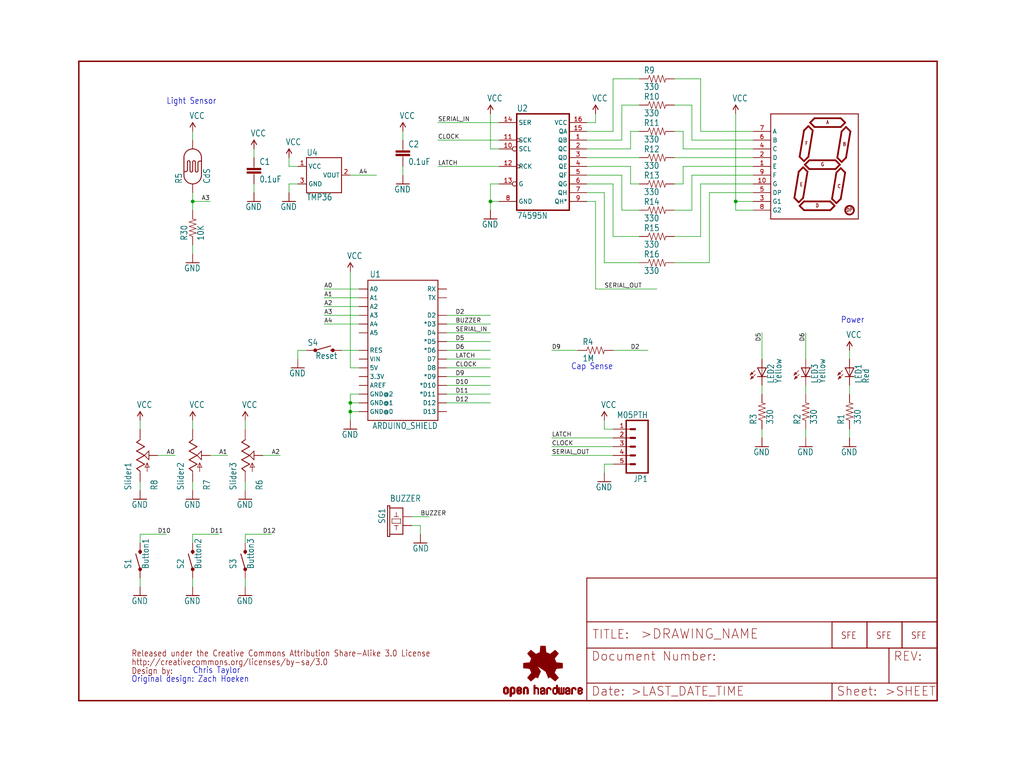
<source format=kicad_sch>
(kicad_sch (version 20211123) (generator eeschema)
  (paper "User" 297.002 223.926)
  (lib_symbols
    (symbol "eagleSchem-eagle-import:7-SEGMENT-DISPLAY-1{dblquote}-RED"
      (symbol "7-SEGMENT-DISPLAY-1{dblquote}-RED_1_0"
        (text "A" (at 0.762 12.192 0) (effects (font (size 1.016 0.8636) (thickness 0.1727) bold) (justify left bottom)))
        (text "B" (at 5.588 5.842 0) (effects (font (size 1.016 0.8636) (thickness 0.1727) bold) (justify left bottom)))
        (text "C" (at 4.064 -6.35 0) (effects (font (size 1.016 0.8636) (thickness 0.1727) bold) (justify left bottom)))
        (text "D" (at -2.286 -11.938 0) (effects (font (size 1.016 0.8636) (thickness 0.1727) bold) (justify left bottom)))
        (text "DP" (at 6.604 -13.208 0) (effects (font (size 1.016 0.8636) (thickness 0.1727) bold) (justify left bottom)))
        (text "E" (at -6.858 -5.842 0) (effects (font (size 1.016 0.8636) (thickness 0.1727) bold) (justify left bottom)))
        (text "F" (at -5.334 6.096 0) (effects (font (size 1.016 0.8636) (thickness 0.1727) bold) (justify left bottom)))
        (text "G" (at -0.762 0 0) (effects (font (size 1.016 0.8636) (thickness 0.1727) bold) (justify left bottom)))
        (pin bidirectional line (at -20.32 0 0) (length 5.08) (name "E") (number "1"))
        (pin bidirectional line (at -20.32 -5.08 0) (length 5.08) (name "G") (number "10"))
        (pin bidirectional line (at -20.32 2.54 0) (length 5.08) (name "D") (number "2"))
        (pin bidirectional line (at -20.32 -10.16 0) (length 5.08) (name "G1") (number "3"))
        (pin bidirectional line (at -20.32 5.08 0) (length 5.08) (name "C") (number "4"))
        (pin bidirectional line (at -20.32 -7.62 0) (length 5.08) (name "DP") (number "5"))
        (pin bidirectional line (at -20.32 7.62 0) (length 5.08) (name "B") (number "6"))
        (pin bidirectional line (at -20.32 10.16 0) (length 5.08) (name "A") (number "7"))
        (pin bidirectional line (at -20.32 -12.7 0) (length 5.08) (name "G2") (number "8"))
        (pin bidirectional line (at -20.32 -2.54 0) (length 5.08) (name "F") (number "9"))
      )
    )
    (symbol "eagleSchem-eagle-import:74595N"
      (property "Reference" "IC" (at -5.08 13.335 0))
      (property "Value" "74595N" (at -5.08 -17.78 0))
      (symbol "74595N_1_0"
        (pin tri_state line (at 15.24 5.08 180) (length 5.08) (name "QB") (number "1"))
        (pin input inverted (at -10.16 2.54 0) (length 5.08) (name "SCL") (number "10"))
        (pin input clock (at -10.16 5.08 0) (length 5.08) (name "SCK") (number "11"))
        (pin input clock (at -10.16 -2.54 0) (length 5.08) (name "RCK") (number "12"))
        (pin input inverted (at -10.16 -7.62 0) (length 5.08) (name "G") (number "13"))
        (pin input line (at -10.16 10.16 0) (length 5.08) (name "SER") (number "14"))
        (pin tri_state line (at 15.24 7.62 180) (length 5.08) (name "QA") (number "15"))
        (pin power_in line (at 15.24 10.16 180) (length 5.08) (name "VCC") (number "16"))
        (pin tri_state line (at 15.24 2.54 180) (length 5.08) (name "QC") (number "2"))
        (pin tri_state line (at 15.24 0 180) (length 5.08) (name "QD") (number "3"))
        (pin tri_state line (at 15.24 -2.54 180) (length 5.08) (name "QE") (number "4"))
        (pin tri_state line (at 15.24 -5.08 180) (length 5.08) (name "QF") (number "5"))
        (pin tri_state line (at 15.24 -7.62 180) (length 5.08) (name "QG") (number "6"))
        (pin tri_state line (at 15.24 -10.16 180) (length 5.08) (name "QH") (number "7"))
        (pin power_in line (at -10.16 -12.7 0) (length 5.08) (name "GND") (number "8"))
        (pin tri_state line (at 15.24 -12.7 180) (length 5.08) (name "QH*") (number "9"))
      )
    )
    (symbol "eagleSchem-eagle-import:ARDUINO_SHIELDNO_SILK"
      (property "Reference" "U" (at -9.652 21.082 0))
      (property "Value" "ARDUINO_SHIELDNO_SILK" (at -8.89 -22.86 0))
      (symbol "ARDUINO_SHIELDNO_SILK_1_0"
        (pin bidirectional line (at -12.7 -7.62 0) (length 2.54) (name "3.3V") (number "3.3V"))
        (pin bidirectional line (at -12.7 -5.08 0) (length 2.54) (name "5V") (number "5V"))
        (pin bidirectional line (at -12.7 17.78 0) (length 2.54) (name "A0") (number "A0"))
        (pin bidirectional line (at -12.7 15.24 0) (length 2.54) (name "A1") (number "A1"))
        (pin bidirectional line (at -12.7 12.7 0) (length 2.54) (name "A2") (number "A2"))
        (pin bidirectional line (at -12.7 10.16 0) (length 2.54) (name "A3") (number "A3"))
        (pin bidirectional line (at -12.7 7.62 0) (length 2.54) (name "A4") (number "A4"))
        (pin bidirectional line (at -12.7 5.08 0) (length 2.54) (name "A5") (number "A5"))
        (pin bidirectional line (at -12.7 -10.16 0) (length 2.54) (name "AREF") (number "AREF"))
        (pin bidirectional line (at 12.7 -10.16 180) (length 2.54) (name "*D10") (number "D10"))
        (pin bidirectional line (at 12.7 -12.7 180) (length 2.54) (name "*D11") (number "D11"))
        (pin bidirectional line (at 12.7 -15.24 180) (length 2.54) (name "D12") (number "D12"))
        (pin bidirectional line (at 12.7 -17.78 180) (length 2.54) (name "D13") (number "D13"))
        (pin bidirectional line (at 12.7 10.16 180) (length 2.54) (name "D2") (number "D2"))
        (pin bidirectional line (at 12.7 7.62 180) (length 2.54) (name "*D3") (number "D3"))
        (pin bidirectional line (at 12.7 5.08 180) (length 2.54) (name "D4") (number "D4"))
        (pin bidirectional line (at 12.7 2.54 180) (length 2.54) (name "*D5") (number "D5"))
        (pin bidirectional line (at 12.7 0 180) (length 2.54) (name "*D6") (number "D6"))
        (pin bidirectional line (at 12.7 -2.54 180) (length 2.54) (name "D7") (number "D7"))
        (pin bidirectional line (at 12.7 -5.08 180) (length 2.54) (name "D8") (number "D8"))
        (pin bidirectional line (at 12.7 -7.62 180) (length 2.54) (name "*D9") (number "D9"))
        (pin bidirectional line (at -12.7 -17.78 0) (length 2.54) (name "GND@0") (number "GND@0"))
        (pin bidirectional line (at -12.7 -15.24 0) (length 2.54) (name "GND@1") (number "GND@1"))
        (pin bidirectional line (at -12.7 -12.7 0) (length 2.54) (name "GND@2") (number "GND@2"))
        (pin bidirectional line (at -12.7 0 0) (length 2.54) (name "RES") (number "RES"))
        (pin bidirectional line (at 12.7 17.78 180) (length 2.54) (name "RX") (number "RX"))
        (pin bidirectional line (at 12.7 15.24 180) (length 2.54) (name "TX") (number "TX"))
        (pin bidirectional line (at -12.7 -2.54 0) (length 2.54) (name "VIN") (number "VIN"))
      )
    )
    (symbol "eagleSchem-eagle-import:BUZZERPTH"
      (property "Reference" "SG" (at -2.54 5.08 0))
      (property "Value" "BUZZERPTH" (at 6.35 0 0))
      (symbol "BUZZERPTH_1_0"
        (pin passive line (at 0 -2.54 90) (length 2.54) (name "1") (number "+"))
        (pin passive line (at 2.54 -2.54 90) (length 2.54) (name "2") (number "-"))
      )
    )
    (symbol "eagleSchem-eagle-import:CAPPTH2"
      (property "Reference" "C" (at 1.524 2.921 0))
      (property "Value" "CAPPTH2" (at 1.524 -2.159 0))
      (symbol "CAPPTH2_1_0"
        (pin passive line (at 0 5.08 270) (length 2.54) (name "1") (number "1"))
        (pin passive line (at 0 -2.54 90) (length 2.54) (name "2") (number "2"))
      )
    )
    (symbol "eagleSchem-eagle-import:CREATIVE_COMMONS"
      (symbol "CREATIVE_COMMONS_1_0"
        (text "Design by:" (at 0 0 0) (effects (font (size 1.778 1.5113)) (justify left bottom)))
        (text "http://creativecommons.org/licenses/by-sa/3.0" (at 0 2.54 0) (effects (font (size 1.778 1.5113)) (justify left bottom)))
        (text "Released under the Creative Commons Attribution Share-Alike 3.0 License" (at 0 5.08 0) (effects (font (size 1.778 1.5113)) (justify left bottom)))
      )
    )
    (symbol "eagleSchem-eagle-import:FRAME-LETTER"
      (symbol "FRAME-LETTER_2_0"
        (text ">DRAWING_NAME" (at 15.494 17.78 0) (effects (font (size 2.7432 2.7432)) (justify left bottom)))
        (text ">LAST_DATE_TIME" (at 12.7 1.27 0) (effects (font (size 2.54 2.54)) (justify left bottom)))
        (text ">SHEET" (at 86.36 1.27 0) (effects (font (size 2.54 2.54)) (justify left bottom)))
        (text "Date:" (at 1.27 1.27 0) (effects (font (size 2.54 2.54)) (justify left bottom)))
        (text "Document Number:" (at 1.27 11.43 0) (effects (font (size 2.54 2.54)) (justify left bottom)))
        (text "REV:" (at 88.9 11.43 0) (effects (font (size 2.54 2.54)) (justify left bottom)))
        (text "Sheet:" (at 72.39 1.27 0) (effects (font (size 2.54 2.54)) (justify left bottom)))
        (text "TITLE:" (at 1.524 17.78 0) (effects (font (size 2.54 2.54)) (justify left bottom)))
      )
    )
    (symbol "eagleSchem-eagle-import:GND" (power)
      (property "Value" "GND" (at -2.54 -2.54 0))
      (symbol "GND_1_0"
        (pin power_in line (at 0 2.54 270) (length 2.54) (name "GND") (number "1"))
      )
    )
    (symbol "eagleSchem-eagle-import:LED5MM"
      (property "Reference" "LED" (at 3.556 -4.572 90))
      (property "Value" "LED5MM" (at 5.715 -4.572 90))
      (symbol "LED5MM_1_0"
        (pin passive line (at 0 2.54 270) (length 2.54) (name "A") (number "A"))
        (pin passive line (at 0 -5.08 90) (length 2.54) (name "C") (number "K"))
      )
    )
    (symbol "eagleSchem-eagle-import:LOGO-SFENEW"
      (symbol "LOGO-SFENEW_1_0"
        (text "SFE" (at 0 0 0) (effects (font (size 1.9304 1.6408)) (justify left bottom)))
      )
    )
    (symbol "eagleSchem-eagle-import:LOGO-SFESK"
      (symbol "LOGO-SFESK_1_0"
        (text "SFE" (at 0 0 0) (effects (font (size 1.9304 1.6408)) (justify left bottom)))
      )
    )
    (symbol "eagleSchem-eagle-import:M05PTH"
      (property "Reference" "JP" (at -2.54 8.382 0))
      (property "Value" "M05PTH" (at -2.54 -10.16 0))
      (symbol "M05PTH_1_0"
        (pin passive line (at 7.62 -5.08 180) (length 5.08) (name "1") (number "1"))
        (pin passive line (at 7.62 -2.54 180) (length 5.08) (name "2") (number "2"))
        (pin passive line (at 7.62 0 180) (length 5.08) (name "3") (number "3"))
        (pin passive line (at 7.62 2.54 180) (length 5.08) (name "4") (number "4"))
        (pin passive line (at 7.62 5.08 180) (length 5.08) (name "5") (number "5"))
      )
    )
    (symbol "eagleSchem-eagle-import:OSHW-LOGOM")
    (symbol "eagleSchem-eagle-import:PHOTOCELLPTH"
      (property "Reference" "R" (at -5.08 3.048 0))
      (property "Value" "PHOTOCELLPTH" (at -5.08 -5.08 0))
      (symbol "PHOTOCELLPTH_1_0"
        (pin bidirectional line (at -7.62 0 0) (length 2.54) (name "P$1") (number "1"))
        (pin bidirectional line (at 7.62 0 180) (length 2.54) (name "P$2") (number "2"))
      )
    )
    (symbol "eagleSchem-eagle-import:RESISTORAXIAL-0.3"
      (property "Reference" "R" (at -3.81 1.4986 0))
      (property "Value" "RESISTORAXIAL-0.3" (at -3.81 -3.302 0))
      (symbol "RESISTORAXIAL-0.3_1_0"
        (pin passive line (at -5.08 0 0) (length 2.54) (name "1") (number "P$1"))
        (pin passive line (at 5.08 0 180) (length 2.54) (name "2") (number "P$2"))
      )
    )
    (symbol "eagleSchem-eagle-import:SLIDER"
      (property "Value" "SLIDER" (at -2.54 -10.16 90))
      (symbol "SLIDER_1_0"
        (pin passive line (at 0 7.62 270) (length 2.54) (name "E") (number "1"))
        (pin passive line (at 5.08 0 180) (length 2.54) (name "S") (number "2A"))
        (pin passive line (at 0 -7.62 90) (length 2.54) (name "A") (number "3"))
      )
    )
    (symbol "eagleSchem-eagle-import:SWITCH-MOMENTARY-212MM"
      (property "Reference" "S" (at -2.54 2.54 0))
      (property "Value" "SWITCH-MOMENTARY-212MM" (at -2.54 -2.54 0))
      (symbol "SWITCH-MOMENTARY-212MM_1_0"
        (pin passive line (at -5.08 0 0) (length 2.54) (name "1") (number "1"))
        (pin passive line (at 5.08 0 180) (length 2.54) (name "2") (number "3"))
      )
    )
    (symbol "eagleSchem-eagle-import:SWITCH-MOMENTARY-2PTH"
      (property "Reference" "S" (at -2.54 2.54 0))
      (property "Value" "SWITCH-MOMENTARY-2PTH" (at -2.54 -2.54 0))
      (symbol "SWITCH-MOMENTARY-2PTH_1_0"
        (pin passive line (at -5.08 0 0) (length 2.54) (name "1") (number "1"))
        (pin passive line (at 5.08 0 180) (length 2.54) (name "2") (number "3"))
      )
    )
    (symbol "eagleSchem-eagle-import:TMP36GT9"
      (property "Reference" "U" (at -5.08 5.588 0))
      (property "Value" "TMP36GT9" (at -5.08 -7.366 0))
      (symbol "TMP36GT9_1_0"
        (pin bidirectional line (at -7.62 2.54 0) (length 2.54) (name "VCC") (number "1"))
        (pin bidirectional line (at 7.62 0 180) (length 2.54) (name "VOUT") (number "2"))
        (pin bidirectional line (at -7.62 -2.54 0) (length 2.54) (name "GND") (number "3"))
      )
    )
    (symbol "eagleSchem-eagle-import:VCC" (power)
      (property "Value" "VCC" (at -1.016 3.556 0))
      (symbol "VCC_1_0"
        (pin power_in line (at 0 0 90) (length 2.54) (name "VCC") (number "1"))
      )
    )
  )
  (junction (at 142.24 58.42))
  (junction (at 55.88 58.42))
  (junction (at 101.6 119.38))
  (junction (at 101.6 116.84))
  (junction (at 213.36 58.42))
  (wire (pts (xy 246.38 114.3) (xy 246.38 111.76)))
  (wire (pts (xy 40.64 142.24) (xy 40.64 139.7)))
  (wire (pts (xy 55.88 124.46) (xy 55.88 121.92)))
  (wire (pts (xy 129.54 116.84) (xy 142.24 116.84)))
  (wire (pts (xy 175.26 76.2) (xy 185.42 76.2)))
  (wire (pts (xy 218.44 43.18) (xy 198.12 43.18)))
  (wire (pts (xy 71.12 154.94) (xy 71.12 157.48)))
  (wire (pts (xy 129.54 106.68) (xy 142.24 106.68)))
  (wire (pts (xy 205.74 55.88) (xy 205.74 76.2)))
  (wire (pts (xy 129.54 99.06) (xy 142.24 99.06)))
  (wire (pts (xy 101.6 50.8) (xy 109.22 50.8)))
  (wire (pts (xy 142.24 58.42) (xy 142.24 60.96)))
  (wire (pts (xy 218.44 60.96) (xy 213.36 60.96)))
  (wire (pts (xy 218.44 48.26) (xy 198.12 48.26)))
  (wire (pts (xy 175.26 137.16) (xy 175.26 134.62)))
  (wire (pts (xy 55.88 142.24) (xy 55.88 139.7)))
  (wire (pts (xy 55.88 38.1) (xy 55.88 40.64)))
  (wire (pts (xy 203.2 53.34) (xy 203.2 68.58)))
  (wire (pts (xy 116.84 48.26) (xy 116.84 50.8)))
  (wire (pts (xy 177.8 68.58) (xy 185.42 68.58)))
  (wire (pts (xy 119.38 152.4) (xy 121.92 152.4)))
  (wire (pts (xy 205.74 76.2) (xy 195.58 76.2)))
  (wire (pts (xy 55.88 58.42) (xy 55.88 55.88)))
  (wire (pts (xy 175.26 55.88) (xy 175.26 76.2)))
  (wire (pts (xy 218.44 53.34) (xy 203.2 53.34)))
  (wire (pts (xy 104.14 91.44) (xy 93.98 91.44)))
  (wire (pts (xy 233.68 127) (xy 233.68 124.46)))
  (wire (pts (xy 203.2 68.58) (xy 195.58 68.58)))
  (wire (pts (xy 83.82 53.34) (xy 86.36 53.34)))
  (wire (pts (xy 233.68 111.76) (xy 233.68 114.3)))
  (wire (pts (xy 180.34 40.64) (xy 180.34 30.48)))
  (wire (pts (xy 200.66 50.8) (xy 200.66 60.96)))
  (wire (pts (xy 129.54 114.3) (xy 142.24 114.3)))
  (wire (pts (xy 101.6 116.84) (xy 101.6 119.38)))
  (wire (pts (xy 233.68 104.14) (xy 233.68 96.52)))
  (wire (pts (xy 172.72 35.56) (xy 172.72 33.02)))
  (wire (pts (xy 170.18 48.26) (xy 182.88 48.26)))
  (wire (pts (xy 129.54 93.98) (xy 142.24 93.98)))
  (wire (pts (xy 104.14 114.3) (xy 101.6 114.3)))
  (wire (pts (xy 71.12 154.94) (xy 78.74 154.94)))
  (wire (pts (xy 218.44 50.8) (xy 200.66 50.8)))
  (wire (pts (xy 55.88 60.96) (xy 55.88 58.42)))
  (wire (pts (xy 170.18 43.18) (xy 182.88 43.18)))
  (wire (pts (xy 200.66 40.64) (xy 200.66 30.48)))
  (wire (pts (xy 144.78 53.34) (xy 142.24 53.34)))
  (wire (pts (xy 246.38 101.6) (xy 246.38 104.14)))
  (wire (pts (xy 175.26 134.62) (xy 177.8 134.62)))
  (wire (pts (xy 129.54 101.6) (xy 142.24 101.6)))
  (wire (pts (xy 104.14 86.36) (xy 93.98 86.36)))
  (wire (pts (xy 177.8 53.34) (xy 177.8 68.58)))
  (wire (pts (xy 129.54 91.44) (xy 142.24 91.44)))
  (wire (pts (xy 40.64 154.94) (xy 48.26 154.94)))
  (wire (pts (xy 180.34 30.48) (xy 185.42 30.48)))
  (wire (pts (xy 144.78 40.64) (xy 127 40.64)))
  (wire (pts (xy 203.2 38.1) (xy 203.2 22.86)))
  (wire (pts (xy 129.54 96.52) (xy 142.24 96.52)))
  (wire (pts (xy 218.44 58.42) (xy 213.36 58.42)))
  (wire (pts (xy 167.64 101.6) (xy 160.02 101.6)))
  (wire (pts (xy 101.6 119.38) (xy 101.6 121.92)))
  (wire (pts (xy 142.24 43.18) (xy 142.24 33.02)))
  (wire (pts (xy 144.78 58.42) (xy 142.24 58.42)))
  (wire (pts (xy 180.34 50.8) (xy 180.34 60.96)))
  (wire (pts (xy 71.12 142.24) (xy 71.12 139.7)))
  (wire (pts (xy 198.12 38.1) (xy 195.58 38.1)))
  (wire (pts (xy 104.14 101.6) (xy 99.06 101.6)))
  (wire (pts (xy 177.8 38.1) (xy 177.8 22.86)))
  (wire (pts (xy 218.44 40.64) (xy 200.66 40.64)))
  (wire (pts (xy 83.82 48.26) (xy 83.82 45.72)))
  (wire (pts (xy 172.72 83.82) (xy 190.5 83.82)))
  (wire (pts (xy 220.98 114.3) (xy 220.98 111.76)))
  (wire (pts (xy 170.18 35.56) (xy 172.72 35.56)))
  (wire (pts (xy 198.12 43.18) (xy 198.12 38.1)))
  (wire (pts (xy 83.82 55.88) (xy 83.82 53.34)))
  (wire (pts (xy 60.96 132.08) (xy 66.04 132.08)))
  (wire (pts (xy 129.54 111.76) (xy 142.24 111.76)))
  (wire (pts (xy 55.88 58.42) (xy 60.96 58.42)))
  (wire (pts (xy 88.9 101.6) (xy 86.36 101.6)))
  (wire (pts (xy 177.8 132.08) (xy 160.02 132.08)))
  (wire (pts (xy 104.14 119.38) (xy 101.6 119.38)))
  (wire (pts (xy 200.66 60.96) (xy 195.58 60.96)))
  (wire (pts (xy 55.88 73.66) (xy 55.88 71.12)))
  (wire (pts (xy 119.38 149.86) (xy 124.46 149.86)))
  (wire (pts (xy 104.14 116.84) (xy 101.6 116.84)))
  (wire (pts (xy 104.14 88.9) (xy 93.98 88.9)))
  (wire (pts (xy 170.18 45.72) (xy 185.42 45.72)))
  (wire (pts (xy 144.78 48.26) (xy 127 48.26)))
  (wire (pts (xy 220.98 104.14) (xy 220.98 96.52)))
  (wire (pts (xy 71.12 124.46) (xy 71.12 121.92)))
  (wire (pts (xy 198.12 48.26) (xy 198.12 53.34)))
  (wire (pts (xy 170.18 40.64) (xy 180.34 40.64)))
  (wire (pts (xy 177.8 124.46) (xy 175.26 124.46)))
  (wire (pts (xy 218.44 45.72) (xy 195.58 45.72)))
  (wire (pts (xy 101.6 106.68) (xy 101.6 78.74)))
  (wire (pts (xy 172.72 58.42) (xy 172.72 83.82)))
  (wire (pts (xy 213.36 60.96) (xy 213.36 58.42)))
  (wire (pts (xy 55.88 154.94) (xy 55.88 157.48)))
  (wire (pts (xy 76.2 132.08) (xy 81.28 132.08)))
  (wire (pts (xy 177.8 22.86) (xy 185.42 22.86)))
  (wire (pts (xy 55.88 167.64) (xy 55.88 170.18)))
  (wire (pts (xy 129.54 109.22) (xy 142.24 109.22)))
  (wire (pts (xy 104.14 83.82) (xy 93.98 83.82)))
  (wire (pts (xy 175.26 124.46) (xy 175.26 121.92)))
  (wire (pts (xy 218.44 55.88) (xy 205.74 55.88)))
  (wire (pts (xy 220.98 127) (xy 220.98 124.46)))
  (wire (pts (xy 170.18 50.8) (xy 180.34 50.8)))
  (wire (pts (xy 71.12 167.64) (xy 71.12 170.18)))
  (wire (pts (xy 104.14 106.68) (xy 101.6 106.68)))
  (wire (pts (xy 213.36 58.42) (xy 213.36 33.02)))
  (wire (pts (xy 104.14 93.98) (xy 93.98 93.98)))
  (wire (pts (xy 177.8 129.54) (xy 160.02 129.54)))
  (wire (pts (xy 142.24 53.34) (xy 142.24 58.42)))
  (wire (pts (xy 182.88 38.1) (xy 185.42 38.1)))
  (wire (pts (xy 144.78 35.56) (xy 127 35.56)))
  (wire (pts (xy 182.88 48.26) (xy 182.88 53.34)))
  (wire (pts (xy 45.72 132.08) (xy 50.8 132.08)))
  (wire (pts (xy 200.66 30.48) (xy 195.58 30.48)))
  (wire (pts (xy 170.18 38.1) (xy 177.8 38.1)))
  (wire (pts (xy 182.88 43.18) (xy 182.88 38.1)))
  (wire (pts (xy 73.66 53.34) (xy 73.66 55.88)))
  (wire (pts (xy 116.84 38.1) (xy 116.84 40.64)))
  (wire (pts (xy 198.12 53.34) (xy 195.58 53.34)))
  (wire (pts (xy 101.6 114.3) (xy 101.6 116.84)))
  (wire (pts (xy 86.36 48.26) (xy 83.82 48.26)))
  (wire (pts (xy 170.18 58.42) (xy 172.72 58.42)))
  (wire (pts (xy 187.96 101.6) (xy 177.8 101.6)))
  (wire (pts (xy 246.38 127) (xy 246.38 124.46)))
  (wire (pts (xy 177.8 127) (xy 160.02 127)))
  (wire (pts (xy 170.18 53.34) (xy 177.8 53.34)))
  (wire (pts (xy 144.78 43.18) (xy 142.24 43.18)))
  (wire (pts (xy 86.36 101.6) (xy 86.36 104.14)))
  (wire (pts (xy 203.2 22.86) (xy 195.58 22.86)))
  (wire (pts (xy 218.44 38.1) (xy 203.2 38.1)))
  (wire (pts (xy 129.54 104.14) (xy 142.24 104.14)))
  (wire (pts (xy 182.88 53.34) (xy 185.42 53.34)))
  (wire (pts (xy 73.66 43.18) (xy 73.66 45.72)))
  (wire (pts (xy 40.64 124.46) (xy 40.64 121.92)))
  (wire (pts (xy 170.18 55.88) (xy 175.26 55.88)))
  (wire (pts (xy 40.64 154.94) (xy 40.64 157.48)))
  (wire (pts (xy 55.88 154.94) (xy 63.5 154.94)))
  (wire (pts (xy 180.34 60.96) (xy 185.42 60.96)))
  (wire (pts (xy 121.92 152.4) (xy 121.92 154.94)))
  (wire (pts (xy 40.64 167.64) (xy 40.64 170.18)))
  (text "Chris Taylor" (at 55.88 195.58 180) (effects (font (size 1.778 1.5113)) (justify left bottom)))
  (text "Power" (at 243.84 93.98 180) (effects (font (size 1.778 1.5113)) (justify left bottom)))
  (text "Light Sensor" (at 48.26 30.48 180) (effects (font (size 1.778 1.5113)) (justify left bottom)))
  (text "Cap Sense" (at 165.608 107.442 180) (effects (font (size 1.778 1.5113)) (justify left bottom)))
  (text "Original design: Zach Hoeken" (at 38.1 198.12 180) (effects (font (size 1.778 1.5113)) (justify left bottom)))
  (label "D11" (at 132.08 114.3 0) (effects (font (size 1.2446 1.2446))))
  (label "D10" (at 132.08 111.76 0) (effects (font (size 1.2446 1.2446))))
  (label "CLOCK" (at 127 40.64 0) (effects (font (size 1.2446 1.2446))))
  (label "SERIAL_OUT" (at 160.02 132.08 0) (effects (font (size 1.2446 1.2446))))
  (label "CLOCK" (at 160.02 129.54 0) (effects (font (size 1.2446 1.2446))))
  (label "D9" (at 132.08 109.22 0) (effects (font (size 1.2446 1.2446))))
  (label "A1" (at 63.5 132.08 0) (effects (font (size 1.2446 1.2446))))
  (label "A3" (at 93.98 91.44 0) (effects (font (size 1.2446 1.2446))))
  (label "D12" (at 132.08 116.84 0) (effects (font (size 1.2446 1.2446))))
  (label "D9" (at 160.02 101.6 0) (effects (font (size 1.2446 1.2446))))
  (label "BUZZER" (at 132.08 93.98 0) (effects (font (size 1.2446 1.2446))))
  (label "D6" (at 233.68 99.06 90) (effects (font (size 1.2446 1.2446))))
  (label "A4" (at 93.98 93.98 0) (effects (font (size 1.2446 1.2446))))
  (label "D5" (at 132.08 99.06 0) (effects (font (size 1.2446 1.2446))))
  (label "SERIAL_OUT" (at 175.26 83.82 0) (effects (font (size 1.2446 1.2446))))
  (label "LATCH" (at 127 48.26 0) (effects (font (size 1.2446 1.2446))))
  (label "D12" (at 76.2 154.94 0) (effects (font (size 1.2446 1.2446))))
  (label "SERIAL_IN" (at 132.08 96.52 0) (effects (font (size 1.2446 1.2446))))
  (label "A2" (at 78.74 132.08 0) (effects (font (size 1.2446 1.2446))))
  (label "A1" (at 93.98 86.36 0) (effects (font (size 1.2446 1.2446))))
  (label "D6" (at 132.08 101.6 0) (effects (font (size 1.2446 1.2446))))
  (label "BUZZER" (at 121.92 149.86 0) (effects (font (size 1.2446 1.2446))))
  (label "D2" (at 182.88 101.6 0) (effects (font (size 1.2446 1.2446))))
  (label "A0" (at 93.98 83.82 0) (effects (font (size 1.2446 1.2446))))
  (label "D2" (at 132.08 91.44 0) (effects (font (size 1.2446 1.2446))))
  (label "SERIAL_IN" (at 127 35.56 0) (effects (font (size 1.2446 1.2446))))
  (label "A0" (at 48.26 132.08 0) (effects (font (size 1.2446 1.2446))))
  (label "LATCH" (at 160.02 127 0) (effects (font (size 1.2446 1.2446))))
  (label "LATCH" (at 132.08 104.14 0) (effects (font (size 1.2446 1.2446))))
  (label "A4" (at 104.14 50.8 0) (effects (font (size 1.2446 1.2446))))
  (label "CLOCK" (at 132.08 106.68 0) (effects (font (size 1.2446 1.2446))))
  (label "D10" (at 45.72 154.94 0) (effects (font (size 1.2446 1.2446))))
  (label "D11" (at 60.96 154.94 0) (effects (font (size 1.2446 1.2446))))
  (label "D5" (at 220.98 99.06 90) (effects (font (size 1.2446 1.2446))))
  (label "A3" (at 58.42 58.42 0) (effects (font (size 1.2446 1.2446))))
  (label "A2" (at 93.98 88.9 0) (effects (font (size 1.2446 1.2446))))
  (symbol (lib_id "eagleSchem-eagle-import:GND") (at 73.66 58.42 0) (unit 1)
    (property "Reference" "#GND8" (effects hide))
    (property "Value" "GND" (at 71.12 60.96 0) (effects (font (size 1.778 1.5113)) (justify left bottom)))
    (property "Footprint" "eagleSchem:" (effects hide))
  )
  (symbol (lib_id "eagleSchem-eagle-import:GND") (at 71.12 144.78 0) (unit 1)
    (property "Reference" "#GND1" (effects hide))
    (property "Value" "GND" (at 68.58 147.32 0) (effects (font (size 1.778 1.5113)) (justify left bottom)))
    (property "Footprint" "eagleSchem:" (effects hide))
  )
  (symbol (lib_id "eagleSchem-eagle-import:GND") (at 220.98 129.54 0) (unit 1)
    (property "Reference" "#GND16" (effects hide))
    (property "Value" "GND" (at 218.44 132.08 0) (effects (font (size 1.778 1.5113)) (justify left bottom)))
    (property "Footprint" "eagleSchem:" (effects hide))
  )
  (symbol (lib_id "eagleSchem-eagle-import:RESISTORAXIAL-0.3") (at 55.88 66.04 90) (unit 1)
    (property "Reference" "R30" (at 54.3814 69.85 0) (effects (font (size 1.778 1.5113)) (justify left bottom)))
    (property "Value" "10K" (at 59.182 69.85 0) (effects (font (size 1.778 1.5113)) (justify left bottom)))
    (property "Footprint" "eagleSchem:AXIAL-0.3" (effects hide))
  )
  (symbol (lib_id "eagleSchem-eagle-import:RESISTORAXIAL-0.3") (at 190.5 60.96 0) (unit 1)
    (property "Reference" "R14" (at 186.69 59.4614 0) (effects (font (size 1.778 1.5113)) (justify left bottom)))
    (property "Value" "330" (at 186.69 64.262 0) (effects (font (size 1.778 1.5113)) (justify left bottom)))
    (property "Footprint" "eagleSchem:AXIAL-0.3" (effects hide))
  )
  (symbol (lib_id "eagleSchem-eagle-import:LED5MM") (at 220.98 106.68 0) (unit 1)
    (property "Reference" "LED2" (at 224.536 111.252 90) (effects (font (size 1.778 1.5113)) (justify left bottom)))
    (property "Value" "Yellow" (at 226.695 111.252 90) (effects (font (size 1.778 1.5113)) (justify left bottom)))
    (property "Footprint" "eagleSchem:LED5MM" (effects hide))
  )
  (symbol (lib_id "eagleSchem-eagle-import:RESISTORAXIAL-0.3") (at 190.5 68.58 0) (unit 1)
    (property "Reference" "R15" (at 186.69 67.0814 0) (effects (font (size 1.778 1.5113)) (justify left bottom)))
    (property "Value" "330" (at 186.69 71.882 0) (effects (font (size 1.778 1.5113)) (justify left bottom)))
    (property "Footprint" "eagleSchem:AXIAL-0.3" (effects hide))
  )
  (symbol (lib_id "eagleSchem-eagle-import:BUZZERPTH") (at 116.84 149.86 90) (mirror x) (unit 1)
    (property "Reference" "SG1" (at 111.76 147.32 0) (effects (font (size 1.778 1.5113)) (justify left bottom)))
    (property "Value" "BUZZER" (at 113.03 145.542 90) (effects (font (size 1.778 1.5113)) (justify right bottom)))
    (property "Footprint" "eagleSchem:BUZZER-12MM" (effects hide))
  )
  (symbol (lib_id "eagleSchem-eagle-import:VCC") (at 116.84 38.1 0) (unit 1)
    (property "Reference" "#P+11" (effects hide))
    (property "Value" "VCC" (at 115.824 34.544 0) (effects (font (size 1.778 1.5113)) (justify left bottom)))
    (property "Footprint" "eagleSchem:" (effects hide))
  )
  (symbol (lib_id "eagleSchem-eagle-import:GND") (at 55.88 144.78 0) (unit 1)
    (property "Reference" "#GND2" (effects hide))
    (property "Value" "GND" (at 53.34 147.32 0) (effects (font (size 1.778 1.5113)) (justify left bottom)))
    (property "Footprint" "eagleSchem:" (effects hide))
  )
  (symbol (lib_id "eagleSchem-eagle-import:ARDUINO_SHIELDNO_SILK") (at 116.84 101.6 0) (unit 1)
    (property "Reference" "U1" (at 107.188 80.518 0) (effects (font (size 1.778 1.5113)) (justify left bottom)))
    (property "Value" "ARDUINO_SHIELD" (at 107.95 124.46 0) (effects (font (size 1.778 1.5113)) (justify left bottom)))
    (property "Footprint" "eagleSchem:DUEMILANOVE_VIAS" (effects hide))
  )
  (symbol (lib_id "eagleSchem-eagle-import:7-SEGMENT-DISPLAY-1{dblquote}-RED") (at 238.76 48.26 0) (unit 1)
    (property "Reference" "U6" (effects hide))
    (property "Value" "7-SEGMENT-DISPLAY-1{dblquote}-RED" (effects hide))
    (property "Footprint" "eagleSchem:7-SEGMENT-1_PTH" (effects hide))
  )
  (symbol (lib_id "eagleSchem-eagle-import:RESISTORAXIAL-0.3") (at 190.5 76.2 0) (unit 1)
    (property "Reference" "R16" (at 186.69 74.7014 0) (effects (font (size 1.778 1.5113)) (justify left bottom)))
    (property "Value" "330" (at 186.69 79.502 0) (effects (font (size 1.778 1.5113)) (justify left bottom)))
    (property "Footprint" "eagleSchem:AXIAL-0.3" (effects hide))
  )
  (symbol (lib_id "eagleSchem-eagle-import:VCC") (at 142.24 33.02 0) (unit 1)
    (property "Reference" "#P+8" (effects hide))
    (property "Value" "VCC" (at 141.224 29.464 0) (effects (font (size 1.778 1.5113)) (justify left bottom)))
    (property "Footprint" "eagleSchem:" (effects hide))
  )
  (symbol (lib_id "eagleSchem-eagle-import:RESISTORAXIAL-0.3") (at 220.98 119.38 90) (unit 1)
    (property "Reference" "R3" (at 219.4814 123.19 0) (effects (font (size 1.778 1.5113)) (justify left bottom)))
    (property "Value" "330" (at 224.282 123.19 0) (effects (font (size 1.778 1.5113)) (justify left bottom)))
    (property "Footprint" "eagleSchem:AXIAL-0.3" (effects hide))
  )
  (symbol (lib_id "eagleSchem-eagle-import:VCC") (at 83.82 45.72 0) (unit 1)
    (property "Reference" "#P+7" (effects hide))
    (property "Value" "VCC" (at 82.804 42.164 0) (effects (font (size 1.778 1.5113)) (justify left bottom)))
    (property "Footprint" "eagleSchem:" (effects hide))
  )
  (symbol (lib_id "eagleSchem-eagle-import:GND") (at 40.64 172.72 0) (unit 1)
    (property "Reference" "#GND12" (effects hide))
    (property "Value" "GND" (at 38.1 175.26 0) (effects (font (size 1.778 1.5113)) (justify left bottom)))
    (property "Footprint" "eagleSchem:" (effects hide))
  )
  (symbol (lib_id "eagleSchem-eagle-import:GND") (at 71.12 172.72 0) (unit 1)
    (property "Reference" "#GND14" (effects hide))
    (property "Value" "GND" (at 68.58 175.26 0) (effects (font (size 1.778 1.5113)) (justify left bottom)))
    (property "Footprint" "eagleSchem:" (effects hide))
  )
  (symbol (lib_id "eagleSchem-eagle-import:CAPPTH2") (at 73.66 50.8 0) (unit 1)
    (property "Reference" "C1" (at 75.184 47.879 0) (effects (font (size 1.778 1.5113)) (justify left bottom)))
    (property "Value" "0.1uF" (at 75.184 52.959 0) (effects (font (size 1.778 1.5113)) (justify left bottom)))
    (property "Footprint" "eagleSchem:CAP-PTH-SMALL2" (effects hide))
  )
  (symbol (lib_id "eagleSchem-eagle-import:GND") (at 86.36 106.68 0) (unit 1)
    (property "Reference" "#GND18" (effects hide))
    (property "Value" "GND" (at 83.82 109.22 0) (effects (font (size 1.778 1.5113)) (justify left bottom)))
    (property "Footprint" "eagleSchem:" (effects hide))
  )
  (symbol (lib_id "eagleSchem-eagle-import:74595N") (at 154.94 45.72 0) (unit 1)
    (property "Reference" "U2" (at 149.86 32.385 0) (effects (font (size 1.778 1.5113)) (justify left bottom)))
    (property "Value" "74595N" (at 149.86 63.5 0) (effects (font (size 1.778 1.5113)) (justify left bottom)))
    (property "Footprint" "eagleSchem:DIL16" (effects hide))
  )
  (symbol (lib_id "eagleSchem-eagle-import:CREATIVE_COMMONS") (at 38.1 195.58 0) (unit 1)
    (property "Reference" "U$1" (effects hide))
    (property "Value" "CREATIVE_COMMONS" (effects hide))
    (property "Footprint" "eagleSchem:CREATIVE_COMMONS" (effects hide))
  )
  (symbol (lib_id "eagleSchem-eagle-import:RESISTORAXIAL-0.3") (at 190.5 53.34 0) (unit 1)
    (property "Reference" "R13" (at 186.69 51.8414 0) (effects (font (size 1.778 1.5113)) (justify left bottom)))
    (property "Value" "330" (at 186.69 56.642 0) (effects (font (size 1.778 1.5113)) (justify left bottom)))
    (property "Footprint" "eagleSchem:AXIAL-0.3" (effects hide))
  )
  (symbol (lib_id "eagleSchem-eagle-import:VCC") (at 40.64 121.92 0) (unit 1)
    (property "Reference" "#P+3" (effects hide))
    (property "Value" "VCC" (at 39.624 118.364 0) (effects (font (size 1.778 1.5113)) (justify left bottom)))
    (property "Footprint" "eagleSchem:" (effects hide))
  )
  (symbol (lib_id "eagleSchem-eagle-import:SWITCH-MOMENTARY-212MM") (at 71.12 162.56 90) (unit 1)
    (property "Reference" "S3" (at 68.58 165.1 0) (effects (font (size 1.778 1.5113)) (justify left bottom)))
    (property "Value" "Button3" (at 73.66 165.1 0) (effects (font (size 1.778 1.5113)) (justify left bottom)))
    (property "Footprint" "eagleSchem:TACTILE-PTH-12MM" (effects hide))
  )
  (symbol (lib_id "eagleSchem-eagle-import:LOGO-SFESK") (at 264.16 185.42 0) (unit 1)
    (property "Reference" "JP5" (effects hide))
    (property "Value" "LOGO-SFESK" (effects hide))
    (property "Footprint" "eagleSchem:SFE-LOGO-FLAME" (effects hide))
  )
  (symbol (lib_id "eagleSchem-eagle-import:GND") (at 233.68 129.54 0) (unit 1)
    (property "Reference" "#GND17" (effects hide))
    (property "Value" "GND" (at 231.14 132.08 0) (effects (font (size 1.778 1.5113)) (justify left bottom)))
    (property "Footprint" "eagleSchem:" (effects hide))
  )
  (symbol (lib_id "eagleSchem-eagle-import:RESISTORAXIAL-0.3") (at 172.72 101.6 0) (unit 1)
    (property "Reference" "R4" (at 168.91 100.1014 0) (effects (font (size 1.778 1.5113)) (justify left bottom)))
    (property "Value" "1M" (at 168.91 104.902 0) (effects (font (size 1.778 1.5113)) (justify left bottom)))
    (property "Footprint" "eagleSchem:AXIAL-0.3" (effects hide))
  )
  (symbol (lib_id "eagleSchem-eagle-import:FRAME-LETTER") (at 22.86 203.2 0) (unit 1)
    (property "Reference" "#FRAME1" (effects hide))
    (property "Value" "FRAME-LETTER" (effects hide))
    (property "Footprint" "eagleSchem:" (effects hide))
  )
  (symbol (lib_id "eagleSchem-eagle-import:RESISTORAXIAL-0.3") (at 190.5 30.48 0) (unit 1)
    (property "Reference" "R10" (at 186.69 28.9814 0) (effects (font (size 1.778 1.5113)) (justify left bottom)))
    (property "Value" "330" (at 186.69 33.782 0) (effects (font (size 1.778 1.5113)) (justify left bottom)))
    (property "Footprint" "eagleSchem:AXIAL-0.3" (effects hide))
  )
  (symbol (lib_id "eagleSchem-eagle-import:CAPPTH2") (at 116.84 45.72 0) (unit 1)
    (property "Reference" "C2" (at 118.364 42.799 0) (effects (font (size 1.778 1.5113)) (justify left bottom)))
    (property "Value" "0.1uF" (at 118.364 47.879 0) (effects (font (size 1.778 1.5113)) (justify left bottom)))
    (property "Footprint" "eagleSchem:CAP-PTH-SMALL2" (effects hide))
  )
  (symbol (lib_id "eagleSchem-eagle-import:RESISTORAXIAL-0.3") (at 190.5 22.86 0) (unit 1)
    (property "Reference" "R9" (at 186.69 21.3614 0) (effects (font (size 1.778 1.5113)) (justify left bottom)))
    (property "Value" "330" (at 186.69 26.162 0) (effects (font (size 1.778 1.5113)) (justify left bottom)))
    (property "Footprint" "eagleSchem:AXIAL-0.3" (effects hide))
  )
  (symbol (lib_id "eagleSchem-eagle-import:GND") (at 175.26 139.7 0) (unit 1)
    (property "Reference" "#GND11" (effects hide))
    (property "Value" "GND" (at 172.72 142.24 0) (effects (font (size 1.778 1.5113)) (justify left bottom)))
    (property "Footprint" "eagleSchem:" (effects hide))
  )
  (symbol (lib_id "eagleSchem-eagle-import:VCC") (at 73.66 43.18 0) (unit 1)
    (property "Reference" "#P+10" (effects hide))
    (property "Value" "VCC" (at 72.644 39.624 0) (effects (font (size 1.778 1.5113)) (justify left bottom)))
    (property "Footprint" "eagleSchem:" (effects hide))
  )
  (symbol (lib_id "eagleSchem-eagle-import:GND") (at 101.6 124.46 0) (unit 1)
    (property "Reference" "#GND4" (effects hide))
    (property "Value" "GND" (at 99.06 127 0) (effects (font (size 1.778 1.5113)) (justify left bottom)))
    (property "Footprint" "eagleSchem:" (effects hide))
  )
  (symbol (lib_id "eagleSchem-eagle-import:VCC") (at 246.38 101.6 0) (unit 1)
    (property "Reference" "#P+5" (effects hide))
    (property "Value" "VCC" (at 245.364 98.044 0) (effects (font (size 1.778 1.5113)) (justify left bottom)))
    (property "Footprint" "eagleSchem:" (effects hide))
  )
  (symbol (lib_id "eagleSchem-eagle-import:GND") (at 142.24 63.5 0) (unit 1)
    (property "Reference" "#GND9" (effects hide))
    (property "Value" "GND" (at 139.7 66.04 0) (effects (font (size 1.778 1.5113)) (justify left bottom)))
    (property "Footprint" "eagleSchem:" (effects hide))
  )
  (symbol (lib_id "eagleSchem-eagle-import:FRAME-LETTER") (at 170.18 203.2 0) (unit 2)
    (property "Reference" "#FRAME1" (effects hide))
    (property "Value" "FRAME-LETTER" (effects hide))
    (property "Footprint" "eagleSchem:" (effects hide))
  )
  (symbol (lib_id "eagleSchem-eagle-import:GND") (at 55.88 76.2 0) (unit 1)
    (property "Reference" "#GND6" (effects hide))
    (property "Value" "GND" (at 53.34 78.74 0) (effects (font (size 1.778 1.5113)) (justify left bottom)))
    (property "Footprint" "eagleSchem:" (effects hide))
  )
  (symbol (lib_id "eagleSchem-eagle-import:LOGO-SFENEW") (at 243.84 185.42 0) (unit 1)
    (property "Reference" "JP3" (effects hide))
    (property "Value" "LOGO-SFENEW" (effects hide))
    (property "Footprint" "eagleSchem:SFE-NEW-WEBLOGO" (effects hide))
  )
  (symbol (lib_id "eagleSchem-eagle-import:OSHW-LOGOM") (at 157.48 193.04 0) (unit 1)
    (property "Reference" "U$2" (effects hide))
    (property "Value" "OSHW-LOGOM" (effects hide))
    (property "Footprint" "eagleSchem:OSHW-LOGO-M" (effects hide))
  )
  (symbol (lib_id "eagleSchem-eagle-import:GND") (at 40.64 144.78 0) (unit 1)
    (property "Reference" "#GND3" (effects hide))
    (property "Value" "GND" (at 38.1 147.32 0) (effects (font (size 1.778 1.5113)) (justify left bottom)))
    (property "Footprint" "eagleSchem:" (effects hide))
  )
  (symbol (lib_id "eagleSchem-eagle-import:LED5MM") (at 246.38 106.68 0) (unit 1)
    (property "Reference" "LED1" (at 249.936 111.252 90) (effects (font (size 1.778 1.5113)) (justify left bottom)))
    (property "Value" "Red" (at 252.095 111.252 90) (effects (font (size 1.778 1.5113)) (justify left bottom)))
    (property "Footprint" "eagleSchem:LED5MM" (effects hide))
  )
  (symbol (lib_id "eagleSchem-eagle-import:SWITCH-MOMENTARY-212MM") (at 55.88 162.56 90) (unit 1)
    (property "Reference" "S2" (at 53.34 165.1 0) (effects (font (size 1.778 1.5113)) (justify left bottom)))
    (property "Value" "Button2" (at 58.42 165.1 0) (effects (font (size 1.778 1.5113)) (justify left bottom)))
    (property "Footprint" "eagleSchem:TACTILE-PTH-12MM" (effects hide))
  )
  (symbol (lib_id "eagleSchem-eagle-import:RESISTORAXIAL-0.3") (at 246.38 119.38 90) (unit 1)
    (property "Reference" "R1" (at 244.8814 123.19 0) (effects (font (size 1.778 1.5113)) (justify left bottom)))
    (property "Value" "330" (at 249.682 123.19 0) (effects (font (size 1.778 1.5113)) (justify left bottom)))
    (property "Footprint" "eagleSchem:AXIAL-0.3" (effects hide))
  )
  (symbol (lib_id "eagleSchem-eagle-import:LOGO-SFENEW") (at 254 185.42 0) (unit 1)
    (property "Reference" "JP2" (effects hide))
    (property "Value" "LOGO-SFENEW" (effects hide))
    (property "Footprint" "eagleSchem:SFE-NEW-WEBLOGO" (effects hide))
  )
  (symbol (lib_id "eagleSchem-eagle-import:RESISTORAXIAL-0.3") (at 233.68 119.38 90) (unit 1)
    (property "Reference" "R2" (at 232.1814 123.19 0) (effects (font (size 1.778 1.5113)) (justify left bottom)))
    (property "Value" "330" (at 236.982 123.19 0) (effects (font (size 1.778 1.5113)) (justify left bottom)))
    (property "Footprint" "eagleSchem:AXIAL-0.3" (effects hide))
  )
  (symbol (lib_id "eagleSchem-eagle-import:VCC") (at 175.26 121.92 0) (unit 1)
    (property "Reference" "#P+9" (effects hide))
    (property "Value" "VCC" (at 174.244 118.364 0) (effects (font (size 1.778 1.5113)) (justify left bottom)))
    (property "Footprint" "eagleSchem:" (effects hide))
  )
  (symbol (lib_id "eagleSchem-eagle-import:VCC") (at 55.88 38.1 0) (unit 1)
    (property "Reference" "#P+6" (effects hide))
    (property "Value" "VCC" (at 54.864 34.544 0) (effects (font (size 1.778 1.5113)) (justify left bottom)))
    (property "Footprint" "eagleSchem:" (effects hide))
  )
  (symbol (lib_id "eagleSchem-eagle-import:GND") (at 246.38 129.54 0) (unit 1)
    (property "Reference" "#GND5" (effects hide))
    (property "Value" "GND" (at 243.84 132.08 0) (effects (font (size 1.778 1.5113)) (justify left bottom)))
    (property "Footprint" "eagleSchem:" (effects hide))
  )
  (symbol (lib_id "eagleSchem-eagle-import:M05PTH") (at 185.42 129.54 180) (unit 1)
    (property "Reference" "JP1" (at 187.96 137.922 0) (effects (font (size 1.778 1.5113)) (justify left bottom)))
    (property "Value" "M05PTH" (at 187.96 119.38 0) (effects (font (size 1.778 1.5113)) (justify left bottom)))
    (property "Footprint" "eagleSchem:1X05" (effects hide))
  )
  (symbol (lib_id "eagleSchem-eagle-import:GND") (at 55.88 172.72 0) (unit 1)
    (property "Reference" "#GND13" (effects hide))
    (property "Value" "GND" (at 53.34 175.26 0) (effects (font (size 1.778 1.5113)) (justify left bottom)))
    (property "Footprint" "eagleSchem:" (effects hide))
  )
  (symbol (lib_id "eagleSchem-eagle-import:PHOTOCELLPTH") (at 55.88 48.26 90) (unit 1)
    (property "Reference" "R5" (at 52.832 53.34 0) (effects (font (size 1.778 1.5113)) (justify left bottom)))
    (property "Value" "CdS" (at 60.96 53.34 0) (effects (font (size 1.778 1.5113)) (justify left bottom)))
    (property "Footprint" "eagleSchem:PHOTOCELL" (effects hide))
  )
  (symbol (lib_id "eagleSchem-eagle-import:SLIDER") (at 40.64 132.08 0) (unit 1)
    (property "Reference" "R8" (at 45.72 142.24 90) (effects (font (size 1.778 1.5113)) (justify left bottom)))
    (property "Value" "Slider1" (at 38.1 142.24 90) (effects (font (size 1.778 1.5113)) (justify left bottom)))
    (property "Footprint" "eagleSchem:SLIDER" (effects hide))
  )
  (symbol (lib_id "eagleSchem-eagle-import:SWITCH-MOMENTARY-212MM") (at 40.64 162.56 90) (unit 1)
    (property "Reference" "S1" (at 38.1 165.1 0) (effects (font (size 1.778 1.5113)) (justify left bottom)))
    (property "Value" "Button1" (at 43.18 165.1 0) (effects (font (size 1.778 1.5113)) (justify left bottom)))
    (property "Footprint" "eagleSchem:TACTILE-PTH-12MM" (effects hide))
  )
  (symbol (lib_id "eagleSchem-eagle-import:LED5MM") (at 233.68 106.68 0) (unit 1)
    (property "Reference" "LED3" (at 237.236 111.252 90) (effects (font (size 1.778 1.5113)) (justify left bottom)))
    (property "Value" "Yellow" (at 239.395 111.252 90) (effects (font (size 1.778 1.5113)) (justify left bottom)))
    (property "Footprint" "eagleSchem:LED5MM" (effects hide))
  )
  (symbol (lib_id "eagleSchem-eagle-import:SLIDER") (at 71.12 132.08 0) (unit 1)
    (property "Reference" "R6" (at 76.2 142.24 90) (effects (font (size 1.778 1.5113)) (justify left bottom)))
    (property "Value" "Slider3" (at 68.58 142.24 90) (effects (font (size 1.778 1.5113)) (justify left bottom)))
    (property "Footprint" "eagleSchem:SLIDER" (effects hide))
  )
  (symbol (lib_id "eagleSchem-eagle-import:VCC") (at 172.72 33.02 0) (unit 1)
    (property "Reference" "#P+12" (effects hide))
    (property "Value" "VCC" (at 171.704 29.464 0) (effects (font (size 1.778 1.5113)) (justify left bottom)))
    (property "Footprint" "eagleSchem:" (effects hide))
  )
  (symbol (lib_id "eagleSchem-eagle-import:RESISTORAXIAL-0.3") (at 190.5 38.1 0) (unit 1)
    (property "Reference" "R11" (at 186.69 36.6014 0) (effects (font (size 1.778 1.5113)) (justify left bottom)))
    (property "Value" "330" (at 186.69 41.402 0) (effects (font (size 1.778 1.5113)) (justify left bottom)))
    (property "Footprint" "eagleSchem:AXIAL-0.3" (effects hide))
  )
  (symbol (lib_id "eagleSchem-eagle-import:VCC") (at 213.36 33.02 0) (unit 1)
    (property "Reference" "#P+13" (effects hide))
    (property "Value" "VCC" (at 212.344 29.464 0) (effects (font (size 1.778 1.5113)) (justify left bottom)))
    (property "Footprint" "eagleSchem:" (effects hide))
  )
  (symbol (lib_id "eagleSchem-eagle-import:GND") (at 83.82 58.42 0) (unit 1)
    (property "Reference" "#GND7" (effects hide))
    (property "Value" "GND" (at 81.28 60.96 0) (effects (font (size 1.778 1.5113)) (justify left bottom)))
    (property "Footprint" "eagleSchem:" (effects hide))
  )
  (symbol (lib_id "eagleSchem-eagle-import:VCC") (at 101.6 78.74 0) (unit 1)
    (property "Reference" "#P+4" (effects hide))
    (property "Value" "VCC" (at 100.584 75.184 0) (effects (font (size 1.778 1.5113)) (justify left bottom)))
    (property "Footprint" "eagleSchem:" (effects hide))
  )
  (symbol (lib_id "eagleSchem-eagle-import:GND") (at 116.84 53.34 0) (unit 1)
    (property "Reference" "#GND10" (effects hide))
    (property "Value" "GND" (at 114.3 55.88 0) (effects (font (size 1.778 1.5113)) (justify left bottom)))
    (property "Footprint" "eagleSchem:" (effects hide))
  )
  (symbol (lib_id "eagleSchem-eagle-import:VCC") (at 55.88 121.92 0) (unit 1)
    (property "Reference" "#P+2" (effects hide))
    (property "Value" "VCC" (at 54.864 118.364 0) (effects (font (size 1.778 1.5113)) (justify left bottom)))
    (property "Footprint" "eagleSchem:" (effects hide))
  )
  (symbol (lib_id "eagleSchem-eagle-import:SWITCH-MOMENTARY-2PTH") (at 93.98 101.6 0) (unit 1)
    (property "Reference" "S4" (at 89.154 100.33 0) (effects (font (size 1.778 1.5113)) (justify left bottom)))
    (property "Value" "Reset" (at 91.44 104.14 0) (effects (font (size 1.778 1.5113)) (justify left bottom)))
    (property "Footprint" "eagleSchem:TACTILE-PTH" (effects hide))
  )
  (symbol (lib_id "eagleSchem-eagle-import:TMP36GT9") (at 93.98 50.8 0) (unit 1)
    (property "Reference" "U4" (at 88.9 45.212 0) (effects (font (size 1.778 1.5113)) (justify left bottom)))
    (property "Value" "TMP36" (at 88.9 58.166 0) (effects (font (size 1.778 1.5113)) (justify left bottom)))
    (property "Footprint" "eagleSchem:TO-92" (effects hide))
  )
  (symbol (lib_id "eagleSchem-eagle-import:GND") (at 121.92 157.48 0) (mirror y) (unit 1)
    (property "Reference" "#GND15" (effects hide))
    (property "Value" "GND" (at 124.46 160.02 0) (effects (font (size 1.778 1.5113)) (justify left bottom)))
    (property "Footprint" "eagleSchem:" (effects hide))
  )
  (symbol (lib_id "eagleSchem-eagle-import:SLIDER") (at 55.88 132.08 0) (unit 1)
    (property "Reference" "R7" (at 60.96 142.24 90) (effects (font (size 1.778 1.5113)) (justify left bottom)))
    (property "Value" "Slider2" (at 53.34 142.24 90) (effects (font (size 1.778 1.5113)) (justify left bottom)))
    (property "Footprint" "eagleSchem:SLIDER" (effects hide))
  )
  (symbol (lib_id "eagleSchem-eagle-import:RESISTORAXIAL-0.3") (at 190.5 45.72 0) (unit 1)
    (property "Reference" "R12" (at 186.69 44.2214 0) (effects (font (size 1.778 1.5113)) (justify left bottom)))
    (property "Value" "330" (at 186.69 49.022 0) (effects (font (size 1.778 1.5113)) (justify left bottom)))
    (property "Footprint" "eagleSchem:AXIAL-0.3" (effects hide))
  )
  (symbol (lib_id "eagleSchem-eagle-import:VCC") (at 71.12 121.92 0) (unit 1)
    (property "Reference" "#P+1" (effects hide))
    (property "Value" "VCC" (at 70.104 118.364 0) (effects (font (size 1.778 1.5113)) (justify left bottom)))
    (property "Footprint" "eagleSchem:" (effects hide))
  )
)
</source>
